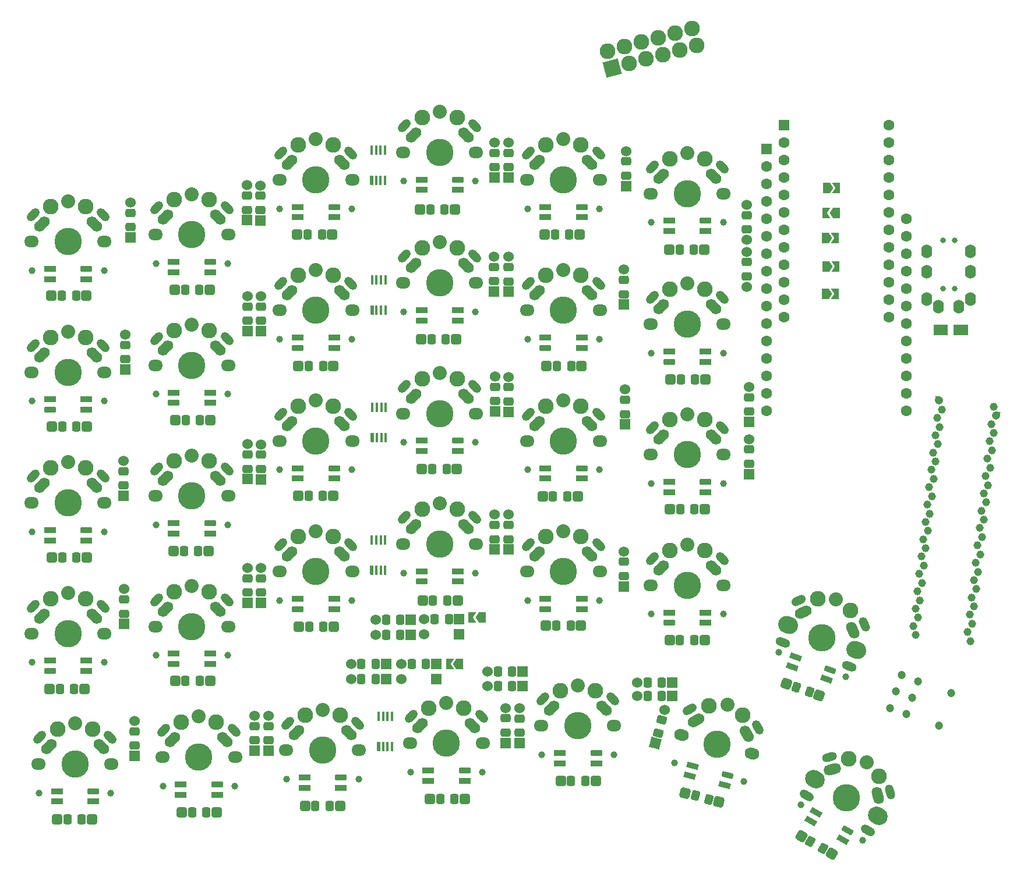
<source format=gbr>
%TF.GenerationSoftware,KiCad,Pcbnew,(6.0.0)*%
%TF.CreationDate,2022-02-08T17:16:42+09:00*%
%TF.ProjectId,brimstone2,6272696d-7374-46f6-9e65-322e6b696361,rev?*%
%TF.SameCoordinates,Original*%
%TF.FileFunction,Soldermask,Top*%
%TF.FilePolarity,Negative*%
%FSLAX46Y46*%
G04 Gerber Fmt 4.6, Leading zero omitted, Abs format (unit mm)*
G04 Created by KiCad (PCBNEW (6.0.0)) date 2022-02-08 17:16:42*
%MOMM*%
%LPD*%
G01*
G04 APERTURE LIST*
G04 Aperture macros list*
%AMRoundRect*
0 Rectangle with rounded corners*
0 $1 Rounding radius*
0 $2 $3 $4 $5 $6 $7 $8 $9 X,Y pos of 4 corners*
0 Add a 4 corners polygon primitive as box body*
4,1,4,$2,$3,$4,$5,$6,$7,$8,$9,$2,$3,0*
0 Add four circle primitives for the rounded corners*
1,1,$1+$1,$2,$3*
1,1,$1+$1,$4,$5*
1,1,$1+$1,$6,$7*
1,1,$1+$1,$8,$9*
0 Add four rect primitives between the rounded corners*
20,1,$1+$1,$2,$3,$4,$5,0*
20,1,$1+$1,$4,$5,$6,$7,0*
20,1,$1+$1,$6,$7,$8,$9,0*
20,1,$1+$1,$8,$9,$2,$3,0*%
%AMHorizOval*
0 Thick line with rounded ends*
0 $1 width*
0 $2 $3 position (X,Y) of the first rounded end (center of the circle)*
0 $4 $5 position (X,Y) of the second rounded end (center of the circle)*
0 Add line between two ends*
20,1,$1,$2,$3,$4,$5,0*
0 Add two circle primitives to create the rounded ends*
1,1,$1,$2,$3*
1,1,$1,$4,$5*%
%AMRotRect*
0 Rectangle, with rotation*
0 The origin of the aperture is its center*
0 $1 length*
0 $2 width*
0 $3 Rotation angle, in degrees counterclockwise*
0 Add horizontal line*
21,1,$1,$2,0,0,$3*%
%AMOutline5P*
0 Free polygon, 5 corners , with rotation*
0 The origin of the aperture is its center*
0 number of corners: always 5*
0 $1 to $10 corner X, Y*
0 $11 Rotation angle, in degrees counterclockwise*
0 create outline with 5 corners*
4,1,5,$1,$2,$3,$4,$5,$6,$7,$8,$9,$10,$1,$2,$11*%
%AMOutline6P*
0 Free polygon, 6 corners , with rotation*
0 The origin of the aperture is its center*
0 number of corners: always 6*
0 $1 to $12 corner X, Y*
0 $13 Rotation angle, in degrees counterclockwise*
0 create outline with 6 corners*
4,1,6,$1,$2,$3,$4,$5,$6,$7,$8,$9,$10,$11,$12,$1,$2,$13*%
%AMOutline7P*
0 Free polygon, 7 corners , with rotation*
0 The origin of the aperture is its center*
0 number of corners: always 7*
0 $1 to $14 corner X, Y*
0 $15 Rotation angle, in degrees counterclockwise*
0 create outline with 7 corners*
4,1,7,$1,$2,$3,$4,$5,$6,$7,$8,$9,$10,$11,$12,$13,$14,$1,$2,$15*%
%AMOutline8P*
0 Free polygon, 8 corners , with rotation*
0 The origin of the aperture is its center*
0 number of corners: always 8*
0 $1 to $16 corner X, Y*
0 $17 Rotation angle, in degrees counterclockwise*
0 create outline with 8 corners*
4,1,8,$1,$2,$3,$4,$5,$6,$7,$8,$9,$10,$11,$12,$13,$14,$15,$16,$1,$2,$17*%
%AMFreePoly0*
4,1,6,1.000000,0.000000,0.500000,-0.750000,-0.500000,-0.750000,-0.500000,0.750000,0.500000,0.750000,1.000000,0.000000,1.000000,0.000000,$1*%
%AMFreePoly1*
4,1,6,0.500000,-0.750000,-0.650000,-0.750000,-0.150000,0.000000,-0.650000,0.750000,0.500000,0.750000,0.500000,-0.750000,0.500000,-0.750000,$1*%
%AMFreePoly2*
4,1,21,-0.579500,0.579500,0.000000,0.579500,0.149986,0.559754,0.289750,0.501862,0.409768,0.409768,0.501862,0.289750,0.559754,0.149986,0.579500,0.000000,0.559754,-0.149986,0.501862,-0.289750,0.409768,-0.409768,0.289750,-0.501862,0.149986,-0.559754,0.000000,-0.579500,-0.149986,-0.559754,-0.289750,-0.501862,-0.409768,-0.409768,-0.501862,-0.289750,-0.559754,-0.149986,-0.579500,0.000000,
-0.579500,0.579500,-0.579500,0.579500,$1*%
%AMFreePoly3*
4,1,21,-0.579500,0.000000,-0.559754,0.149986,-0.501862,0.289750,-0.409768,0.409768,-0.289750,0.501862,-0.149986,0.559754,0.000000,0.579500,0.149986,0.559754,0.289750,0.501862,0.409768,0.409768,0.501862,0.289750,0.559754,0.149986,0.579500,0.000000,0.559754,-0.149986,0.501862,-0.289750,0.409768,-0.409768,0.289750,-0.501862,0.149986,-0.559754,0.000000,-0.579500,-0.579500,-0.579500,
-0.579500,0.000000,-0.579500,0.000000,$1*%
G04 Aperture macros list end*
%ADD10RoundRect,0.250000X0.475000X-0.337500X0.475000X0.337500X-0.475000X0.337500X-0.475000X-0.337500X0*%
%ADD11R,1.524000X1.524000*%
%ADD12C,1.524000*%
%ADD13C,3.987800*%
%ADD14O,2.121800X1.701800*%
%ADD15C,0.990600*%
%ADD16C,2.032000*%
%ADD17C,2.286000*%
%ADD18HorizOval,1.550000X0.350018X0.350018X-0.350018X-0.350018X0*%
%ADD19HorizOval,1.250000X0.335876X0.335876X-0.335876X-0.335876X0*%
%ADD20HorizOval,1.550000X-0.350018X0.350018X0.350018X-0.350018X0*%
%ADD21HorizOval,1.250000X-0.335876X0.335876X0.335876X-0.335876X0*%
%ADD22RoundRect,0.381000X0.381000X0.381000X-0.381000X0.381000X-0.381000X-0.381000X0.381000X-0.381000X0*%
%ADD23RoundRect,0.250000X0.337500X0.475000X-0.337500X0.475000X-0.337500X-0.475000X0.337500X-0.475000X0*%
%ADD24RoundRect,0.250000X-0.479606X-0.330922X0.154687X-0.561786X0.479606X0.330922X-0.154687X0.561786X0*%
%ADD25RoundRect,0.381000X-0.488333X-0.227713X0.227713X-0.488333X0.488333X0.227713X-0.227713X0.488333X0*%
%ADD26R,1.700000X0.820000*%
%ADD27RoundRect,0.205000X-0.645000X-0.205000X0.645000X-0.205000X0.645000X0.205000X-0.645000X0.205000X0*%
%ADD28FreePoly0,0.000000*%
%ADD29FreePoly1,0.000000*%
%ADD30HorizOval,1.701800X0.202844X-0.054352X-0.202844X0.054352X0*%
%ADD31HorizOval,1.701800X-0.202844X0.054352X0.202844X-0.054352X0*%
%ADD32HorizOval,1.550000X0.428683X0.247500X-0.428683X-0.247500X0*%
%ADD33HorizOval,1.550000X-0.247500X0.428683X0.247500X-0.428683X0*%
%ADD34HorizOval,1.250000X-0.237500X0.411362X0.237500X-0.411362X0*%
%ADD35HorizOval,1.250000X0.411362X0.237500X-0.411362X-0.237500X0*%
%ADD36RoundRect,0.250000X-0.337500X-0.475000X0.337500X-0.475000X0.337500X0.475000X-0.337500X0.475000X0*%
%ADD37RoundRect,0.381000X-0.381000X-0.381000X0.381000X-0.381000X0.381000X0.381000X-0.381000X0.381000X0*%
%ADD38RoundRect,0.205000X0.645000X0.205000X-0.645000X0.205000X-0.645000X-0.205000X0.645000X-0.205000X0*%
%ADD39RotRect,1.700000X0.820000X340.000000*%
%ADD40RoundRect,0.205000X-0.676216X0.027966X0.535988X-0.413240X0.676216X-0.027966X-0.535988X0.413240X0*%
%ADD41Outline5P,-0.225000X0.700000X0.135000X0.700000X0.225000X0.610000X0.225000X-0.700000X-0.225000X-0.700000X180.000000*%
%ADD42R,0.450000X1.400000*%
%ADD43HorizOval,1.550000X-0.209196X0.448622X0.209196X-0.448622X0*%
%ADD44HorizOval,1.250000X0.430496X0.200744X-0.430496X-0.200744X0*%
%ADD45HorizOval,2.489200X0.197335X-0.071824X-0.197335X0.071824X0*%
%ADD46HorizOval,1.250000X0.446354X-0.162460X-0.446354X0.162460X0*%
%ADD47HorizOval,1.550000X0.448622X0.209196X-0.448622X-0.209196X0*%
%ADD48HorizOval,1.250000X-0.200744X0.430496X0.200744X-0.430496X0*%
%ADD49FreePoly0,180.000000*%
%ADD50FreePoly1,180.000000*%
%ADD51FreePoly2,353.500000*%
%ADD52C,1.159000*%
%ADD53C,1.200000*%
%ADD54RoundRect,0.250000X0.371463X-0.448939X0.546166X0.203061X-0.371463X0.448939X-0.546166X-0.203061X0*%
%ADD55RotRect,1.524000X1.524000X75.000000*%
%ADD56RoundRect,0.250000X-0.448939X-0.371463X0.203061X-0.546166X0.448939X0.371463X-0.203061X0.546166X0*%
%ADD57RoundRect,0.381000X-0.466628X-0.269408X0.269408X-0.466628X0.466628X0.269408X-0.269408X0.466628X0*%
%ADD58R,1.600000X1.600000*%
%ADD59C,1.600000*%
%ADD60RoundRect,0.250000X-0.529784X-0.242612X0.054784X-0.580112X0.529784X0.242612X-0.054784X0.580112X0*%
%ADD61RoundRect,0.381000X-0.520456X-0.139456X0.139456X-0.520456X0.520456X0.139456X-0.139456X0.520456X0*%
%ADD62C,0.800000*%
%ADD63O,1.600000X2.000000*%
%ADD64HorizOval,1.250000X0.458815X0.122939X-0.458815X-0.122939X0*%
%ADD65HorizOval,1.550000X-0.128115X0.478133X0.128115X-0.478133X0*%
%ADD66HorizOval,2.489200X0.181865X-0.105000X-0.181865X0.105000X0*%
%ADD67HorizOval,1.250000X0.411362X-0.237500X-0.411362X0.237500X0*%
%ADD68HorizOval,1.550000X0.478133X0.128115X-0.478133X-0.128115X0*%
%ADD69HorizOval,1.250000X-0.122939X0.458815X0.122939X-0.458815X0*%
%ADD70RotRect,1.700000X0.820000X345.000000*%
%ADD71RoundRect,0.205000X-0.676080X-0.031077X0.569964X-0.364953X0.676080X0.031077X-0.569964X0.364953X0*%
%ADD72RoundRect,0.250000X-0.475000X0.337500X-0.475000X-0.337500X0.475000X-0.337500X0.475000X0.337500X0*%
%ADD73R,1.500000X1.500000*%
%ADD74RotRect,2.286000X2.286000X15.000000*%
%ADD75RotRect,1.700000X0.820000X330.000000*%
%ADD76RoundRect,0.205000X-0.661086X0.144965X0.456086X-0.500035X0.661086X-0.144965X-0.456086X0.500035X0*%
%ADD77FreePoly3,173.500000*%
G04 APERTURE END LIST*
D10*
%TO.C,D12*%
X72600000Y-79982500D03*
D11*
X72600000Y-81485000D03*
D10*
X72600000Y-77907500D03*
D12*
X72600000Y-76405000D03*
%TD*%
D13*
%TO.C,SW7*%
X62530000Y-86475000D03*
D14*
X67820000Y-86475000D03*
X57240000Y-86475000D03*
D15*
X67750000Y-90675000D03*
X57310000Y-90675000D03*
D16*
X62530000Y-80575000D03*
D17*
X59990000Y-81395000D03*
D18*
X58720000Y-83935000D03*
D17*
X65070000Y-81395000D03*
D19*
X57430000Y-82575000D03*
D20*
X66340000Y-83935000D03*
D21*
X67630000Y-82575000D03*
%TD*%
D22*
%TO.C,C114*%
X83150000Y-124535000D03*
D23*
X81647500Y-124535000D03*
X79572500Y-124535000D03*
D22*
X78070000Y-124535000D03*
%TD*%
D23*
%TO.C,C127*%
X135647500Y-88485000D03*
D22*
X137150000Y-88485000D03*
X132070000Y-88485000D03*
D23*
X133572500Y-88485000D03*
%TD*%
D24*
%TO.C,C132*%
X150355069Y-133270154D03*
D25*
X148943181Y-132756269D03*
D24*
X152304931Y-133979846D03*
D25*
X153716819Y-134493731D03*
%TD*%
D15*
%TO.C,SW8*%
X67750000Y-109675000D03*
D14*
X67820000Y-105475000D03*
X57240000Y-105475000D03*
D13*
X62530000Y-105475000D03*
D15*
X57310000Y-109675000D03*
D17*
X59990000Y-100395000D03*
D18*
X58720000Y-102935000D03*
D16*
X62530000Y-99575000D03*
D21*
X67630000Y-101575000D03*
D17*
X65070000Y-100395000D03*
D19*
X57430000Y-101575000D03*
D20*
X66340000Y-102935000D03*
%TD*%
D14*
%TO.C,SW14*%
X75240000Y-116475000D03*
D15*
X75310000Y-120675000D03*
X85750000Y-120675000D03*
D14*
X85820000Y-116475000D03*
D13*
X80530000Y-116475000D03*
D17*
X77990000Y-111395000D03*
D16*
X80530000Y-110575000D03*
D18*
X76720000Y-113935000D03*
D21*
X85630000Y-112575000D03*
D20*
X84340000Y-113935000D03*
D19*
X75430000Y-112575000D03*
D17*
X83070000Y-111395000D03*
%TD*%
D11*
%TO.C,D23*%
X108540000Y-93235000D03*
D10*
X108540000Y-91732500D03*
D12*
X108540000Y-88155000D03*
D10*
X108540000Y-89657500D03*
%TD*%
D23*
%TO.C,D36*%
X96557500Y-129915000D03*
D11*
X98060000Y-129915000D03*
D23*
X94482500Y-129915000D03*
D12*
X92980000Y-129915000D03*
%TD*%
D14*
%TO.C,SW5*%
X50820000Y-144475000D03*
D15*
X40310000Y-148675000D03*
X50750000Y-148675000D03*
D14*
X40240000Y-144475000D03*
D13*
X45530000Y-144475000D03*
D18*
X41720000Y-141935000D03*
D16*
X45530000Y-138575000D03*
D17*
X42990000Y-139395000D03*
D20*
X49340000Y-141935000D03*
D17*
X48070000Y-139395000D03*
D21*
X50630000Y-140575000D03*
D19*
X40430000Y-140575000D03*
%TD*%
D26*
%TO.C,D123*%
X113905600Y-102935600D03*
X113905600Y-101435600D03*
D27*
X119205600Y-101435600D03*
D26*
X119205600Y-102935600D03*
%TD*%
D28*
%TO.C,JP9*%
X154615000Y-76030000D03*
D29*
X156065000Y-76030000D03*
%TD*%
D13*
%TO.C,SW30*%
X138830000Y-141585000D03*
D15*
X132700827Y-144290853D03*
D30*
X143939748Y-142954153D03*
D31*
X133720252Y-140215847D03*
D15*
X142785093Y-146992924D03*
D17*
X137691349Y-136020696D03*
D32*
X135807223Y-138145448D03*
D16*
X140357032Y-135886038D03*
D33*
X143167578Y-140117649D03*
D34*
X144765616Y-139137866D03*
D35*
X134913173Y-136497912D03*
D17*
X142598252Y-137335497D03*
%TD*%
D36*
%TO.C,C121*%
X115302500Y-67455000D03*
D37*
X113800000Y-67455000D03*
D36*
X117377500Y-67455000D03*
D37*
X118880000Y-67455000D03*
%TD*%
D22*
%TO.C,C107*%
X65180000Y-94465000D03*
D23*
X63677500Y-94465000D03*
X61602500Y-94465000D03*
D22*
X60100000Y-94465000D03*
%TD*%
D26*
%TO.C,D109*%
X65205600Y-128435600D03*
X65205600Y-129935600D03*
D38*
X59905600Y-129935600D03*
D26*
X59905600Y-128435600D03*
%TD*%
%TO.C,D108*%
X59905600Y-110935600D03*
X59905600Y-109435600D03*
D27*
X65205600Y-109435600D03*
D26*
X65205600Y-110935600D03*
%TD*%
D10*
%TO.C,D29*%
X125340000Y-117132500D03*
D11*
X125340000Y-118635000D03*
D12*
X125340000Y-113555000D03*
D10*
X125340000Y-115057500D03*
%TD*%
D23*
%TO.C,D33*%
X89227500Y-132115000D03*
D11*
X90730000Y-132115000D03*
D12*
X85650000Y-132115000D03*
D23*
X87152500Y-132115000D03*
%TD*%
D39*
%TO.C,D44*%
X149761017Y-130328837D03*
X150274048Y-128919298D03*
D40*
X155254419Y-130732005D03*
D39*
X154741388Y-132141544D03*
%TD*%
D10*
%TO.C,D10*%
X71650000Y-141052500D03*
D11*
X71650000Y-142555000D03*
D12*
X71650000Y-137475000D03*
D10*
X71650000Y-138977500D03*
%TD*%
D11*
%TO.C,D1*%
X53580000Y-67855000D03*
D10*
X53580000Y-66352500D03*
D12*
X53580000Y-62775000D03*
D10*
X53580000Y-64277500D03*
%TD*%
D41*
%TO.C,IC2*%
X88715000Y-78415000D03*
D42*
X89365000Y-78415000D03*
X90015000Y-78415000D03*
X90665000Y-78415000D03*
X90665000Y-74015000D03*
X90015000Y-74015000D03*
X89365000Y-74015000D03*
X88710000Y-74015000D03*
%TD*%
D26*
%TO.C,D112*%
X83205600Y-82435600D03*
X83205600Y-83935600D03*
D38*
X77905600Y-83935600D03*
D26*
X77905600Y-82435600D03*
%TD*%
D15*
%TO.C,SW20*%
X94310000Y-145675000D03*
D13*
X99530000Y-141475000D03*
D15*
X104750000Y-145675000D03*
D14*
X104820000Y-141475000D03*
X94240000Y-141475000D03*
D17*
X96990000Y-136395000D03*
D18*
X95720000Y-138935000D03*
D16*
X99530000Y-135575000D03*
D21*
X104630000Y-137575000D03*
D19*
X94430000Y-137575000D03*
D17*
X102070000Y-136395000D03*
D20*
X103340000Y-138935000D03*
%TD*%
D26*
%TO.C,D117*%
X101205600Y-78435600D03*
X101205600Y-79935600D03*
D38*
X95905600Y-79935600D03*
D26*
X95905600Y-78435600D03*
%TD*%
D14*
%TO.C,SW21*%
X121820000Y-59475000D03*
D15*
X111310000Y-63675000D03*
X121750000Y-63675000D03*
D14*
X111240000Y-59475000D03*
D13*
X116530000Y-59475000D03*
D16*
X116530000Y-53575000D03*
D18*
X112720000Y-56935000D03*
D17*
X113990000Y-54395000D03*
D20*
X120340000Y-56935000D03*
D19*
X111430000Y-55575000D03*
D21*
X121630000Y-55575000D03*
D17*
X119070000Y-54395000D03*
%TD*%
D26*
%TO.C,D116*%
X95905600Y-60935600D03*
X95905600Y-59435600D03*
D27*
X101205600Y-59435600D03*
D26*
X101205600Y-60935600D03*
%TD*%
%TO.C,D125*%
X115990684Y-144383625D03*
X115990684Y-142883625D03*
D27*
X121290684Y-142883625D03*
D26*
X121290684Y-144383625D03*
%TD*%
D13*
%TO.C,S2*%
X154140000Y-126075000D03*
D15*
X147798320Y-128236364D03*
X157608711Y-131807054D03*
D43*
X158588960Y-124991277D03*
D44*
X150681446Y-120665896D03*
D45*
X149169026Y-124265713D03*
D46*
X148458315Y-126773898D03*
X158043180Y-130262504D03*
D45*
X159110974Y-127884287D03*
D47*
X151428502Y-122385084D03*
D48*
X160266311Y-124154502D03*
D16*
X156157919Y-120530814D03*
D17*
X153490643Y-120432630D03*
X158264282Y-122170093D03*
%TD*%
D10*
%TO.C,D18*%
X106570000Y-91672500D03*
D11*
X106570000Y-93175000D03*
D12*
X106570000Y-88095000D03*
D10*
X106570000Y-89597500D03*
%TD*%
%TO.C,D11*%
X72510000Y-63862500D03*
D11*
X72510000Y-65365000D03*
D12*
X72510000Y-60285000D03*
D10*
X72510000Y-61787500D03*
%TD*%
D23*
%TO.C,D35*%
X89227500Y-129905000D03*
D11*
X90730000Y-129905000D03*
D12*
X85650000Y-129905000D03*
D23*
X87152500Y-129905000D03*
%TD*%
D37*
%TO.C,C113*%
X77992500Y-105445000D03*
D36*
X79495000Y-105445000D03*
X81570000Y-105445000D03*
D37*
X83072500Y-105445000D03*
%TD*%
%TO.C,C106*%
X60050000Y-75485000D03*
D36*
X61552500Y-75485000D03*
D37*
X65130000Y-75485000D03*
D36*
X63627500Y-75485000D03*
%TD*%
D11*
%TO.C,D16*%
X106540000Y-59145000D03*
D10*
X106540000Y-57642500D03*
D12*
X106540000Y-54065000D03*
D10*
X106540000Y-55567500D03*
%TD*%
D36*
%TO.C,C123*%
X115005000Y-105545000D03*
D37*
X113502500Y-105545000D03*
D36*
X117080000Y-105545000D03*
D37*
X118582500Y-105545000D03*
%TD*%
D10*
%TO.C,D14*%
X72560000Y-119522500D03*
D11*
X72560000Y-121025000D03*
D10*
X72560000Y-117447500D03*
D12*
X72560000Y-115945000D03*
%TD*%
D15*
%TO.C,SW10*%
X68750000Y-147675000D03*
D14*
X68820000Y-143475000D03*
D13*
X63530000Y-143475000D03*
D14*
X58240000Y-143475000D03*
D15*
X58310000Y-147675000D03*
D17*
X60990000Y-138395000D03*
D16*
X63530000Y-137575000D03*
D18*
X59720000Y-140935000D03*
D19*
X58430000Y-139575000D03*
D20*
X67340000Y-140935000D03*
D21*
X68630000Y-139575000D03*
D17*
X66070000Y-138395000D03*
%TD*%
D26*
%TO.C,D102*%
X47205600Y-91435600D03*
X47205600Y-92935600D03*
D38*
X41905600Y-92935600D03*
D26*
X41905600Y-91435600D03*
%TD*%
D15*
%TO.C,SW24*%
X121750000Y-120675000D03*
D14*
X111240000Y-116475000D03*
D13*
X116530000Y-116475000D03*
D14*
X121820000Y-116475000D03*
D15*
X111310000Y-120675000D03*
D16*
X116530000Y-110575000D03*
D18*
X112720000Y-113935000D03*
D17*
X113990000Y-111395000D03*
D19*
X111430000Y-112575000D03*
D20*
X120340000Y-113935000D03*
D17*
X119070000Y-111395000D03*
D21*
X121630000Y-112575000D03*
%TD*%
D49*
%TO.C,JP1*%
X156175000Y-64300000D03*
D50*
X154725000Y-64300000D03*
%TD*%
D15*
%TO.C,SW3*%
X39310000Y-110675000D03*
D14*
X39240000Y-106475000D03*
X49820000Y-106475000D03*
D15*
X49750000Y-110675000D03*
D13*
X44530000Y-106475000D03*
D17*
X41990000Y-101395000D03*
D18*
X40720000Y-103935000D03*
D16*
X44530000Y-100575000D03*
D20*
X48340000Y-103935000D03*
D21*
X49630000Y-102575000D03*
D19*
X39430000Y-102575000D03*
D17*
X47070000Y-101395000D03*
%TD*%
D15*
%TO.C,SW16*%
X103750000Y-59675000D03*
D14*
X93240000Y-55475000D03*
D15*
X93310000Y-59675000D03*
D13*
X98530000Y-55475000D03*
D14*
X103820000Y-55475000D03*
D17*
X95990000Y-50395000D03*
D18*
X94720000Y-52935000D03*
D16*
X98530000Y-49575000D03*
D17*
X101070000Y-50395000D03*
D21*
X103630000Y-51575000D03*
D19*
X93430000Y-51575000D03*
D20*
X102340000Y-52935000D03*
%TD*%
D10*
%TO.C,D3*%
X52610000Y-103952500D03*
D11*
X52610000Y-105455000D03*
D10*
X52610000Y-101877500D03*
D12*
X52610000Y-100375000D03*
%TD*%
D26*
%TO.C,D126*%
X131905600Y-66935600D03*
X131905600Y-65435600D03*
D27*
X137205600Y-65435600D03*
D26*
X137205600Y-66935600D03*
%TD*%
D15*
%TO.C,SW11*%
X85750000Y-63675000D03*
D14*
X85820000Y-59475000D03*
D13*
X80530000Y-59475000D03*
D14*
X75240000Y-59475000D03*
D15*
X75310000Y-63675000D03*
D16*
X80530000Y-53575000D03*
D17*
X77990000Y-54395000D03*
D18*
X76720000Y-56935000D03*
D21*
X85630000Y-55575000D03*
D19*
X75430000Y-55575000D03*
D20*
X84340000Y-56935000D03*
D17*
X83070000Y-54395000D03*
%TD*%
D23*
%TO.C,D40*%
X130827500Y-132595000D03*
D11*
X132330000Y-132595000D03*
D12*
X127250000Y-132595000D03*
D23*
X128752500Y-132595000D03*
%TD*%
D11*
%TO.C,D24*%
X108550000Y-113265000D03*
D10*
X108550000Y-111762500D03*
D12*
X108550000Y-108185000D03*
D10*
X108550000Y-109687500D03*
%TD*%
D26*
%TO.C,D118*%
X95905600Y-98935600D03*
X95905600Y-97435600D03*
D27*
X101205600Y-97435600D03*
D26*
X101205600Y-98935600D03*
%TD*%
D51*
%TO.C,IC6*%
X171152480Y-91578385D03*
D52*
X170864944Y-94102058D03*
X170577408Y-96625730D03*
X170289872Y-99149403D03*
X170002336Y-101673075D03*
X169714800Y-104196748D03*
X169427263Y-106720420D03*
X169139727Y-109244093D03*
X168852191Y-111767765D03*
X168564655Y-114291438D03*
X168277119Y-116815110D03*
X167989583Y-119338783D03*
X167702046Y-121862455D03*
X167414510Y-124386128D03*
X175301484Y-125284735D03*
X175589020Y-122761062D03*
X175876556Y-120237390D03*
X176164092Y-117713717D03*
X176451628Y-115190045D03*
X176739164Y-112666372D03*
X177026701Y-110142700D03*
X177314237Y-107619027D03*
X177601773Y-105095355D03*
X177889309Y-102571682D03*
X178176845Y-100048010D03*
X178464381Y-97524337D03*
X178751918Y-95000665D03*
X179039454Y-92476992D03*
%TD*%
D12*
%TO.C,R1*%
X143140000Y-68197500D03*
D10*
X143140000Y-66695000D03*
X143140000Y-64620000D03*
D12*
X143140000Y-63117500D03*
%TD*%
D36*
%TO.C,C108*%
X61365000Y-113485000D03*
D37*
X59862500Y-113485000D03*
D36*
X63440000Y-113485000D03*
D37*
X64942500Y-113485000D03*
%TD*%
D53*
%TO.C,SW31*%
X168094511Y-132418961D03*
X167225780Y-134805780D03*
X166357049Y-137192600D03*
X165707692Y-131550230D03*
X164838961Y-133937049D03*
X163970229Y-136323868D03*
X172868150Y-134156423D03*
X171130687Y-138930062D03*
%TD*%
D54*
%TO.C,D30*%
X130300000Y-140025000D03*
D55*
X129911125Y-141476304D03*
D12*
X131225925Y-136569400D03*
D54*
X130837050Y-138020704D03*
%TD*%
D26*
%TO.C,D129*%
X137205600Y-122435600D03*
X137205600Y-123935600D03*
D38*
X131905600Y-123935600D03*
D26*
X131905600Y-122435600D03*
%TD*%
D14*
%TO.C,SW1*%
X39240000Y-68475000D03*
X49820000Y-68475000D03*
D13*
X44530000Y-68475000D03*
D15*
X49750000Y-72675000D03*
X39310000Y-72675000D03*
D18*
X40720000Y-65935000D03*
D17*
X41990000Y-63395000D03*
D16*
X44530000Y-62575000D03*
D21*
X49630000Y-64575000D03*
D19*
X39430000Y-64575000D03*
D20*
X48340000Y-65935000D03*
D17*
X47070000Y-63395000D03*
%TD*%
D11*
%TO.C,D2*%
X52860000Y-87085000D03*
D10*
X52860000Y-85582500D03*
X52860000Y-83507500D03*
D12*
X52860000Y-82005000D03*
%TD*%
D10*
%TO.C,D15*%
X73640000Y-141052500D03*
D11*
X73640000Y-142555000D03*
D12*
X73640000Y-137475000D03*
D10*
X73640000Y-138977500D03*
%TD*%
D13*
%TO.C,SW4*%
X44530000Y-125475000D03*
D14*
X39240000Y-125475000D03*
D15*
X39310000Y-129675000D03*
D14*
X49820000Y-125475000D03*
D15*
X49750000Y-129675000D03*
D17*
X41990000Y-120395000D03*
D16*
X44530000Y-119575000D03*
D18*
X40720000Y-122935000D03*
D17*
X47070000Y-120395000D03*
D21*
X49630000Y-121575000D03*
D20*
X48340000Y-122935000D03*
D19*
X39430000Y-121575000D03*
%TD*%
D11*
%TO.C,D17*%
X106460000Y-75715000D03*
D10*
X106460000Y-74212500D03*
X106460000Y-72137500D03*
D12*
X106460000Y-70635000D03*
%TD*%
D23*
%TO.C,C119*%
X99657500Y-120655000D03*
D22*
X101160000Y-120655000D03*
X96080000Y-120655000D03*
D23*
X97582500Y-120655000D03*
%TD*%
D10*
%TO.C,D7*%
X70630000Y-79992500D03*
D11*
X70630000Y-81495000D03*
D12*
X70630000Y-76415000D03*
D10*
X70630000Y-77917500D03*
%TD*%
D23*
%TO.C,C104*%
X45407500Y-133555000D03*
D22*
X46910000Y-133555000D03*
X41830000Y-133555000D03*
D23*
X43332500Y-133555000D03*
%TD*%
D15*
%TO.C,SW13*%
X85750000Y-101675000D03*
X75310000Y-101675000D03*
D14*
X85820000Y-97475000D03*
D13*
X80530000Y-97475000D03*
D14*
X75240000Y-97475000D03*
D17*
X77990000Y-92395000D03*
D16*
X80530000Y-91575000D03*
D18*
X76720000Y-94935000D03*
D20*
X84340000Y-94935000D03*
D19*
X75430000Y-93575000D03*
D17*
X83070000Y-92395000D03*
D21*
X85630000Y-93575000D03*
%TD*%
D23*
%TO.C,D32*%
X109067500Y-133105000D03*
D11*
X110570000Y-133105000D03*
D12*
X105490000Y-133105000D03*
D23*
X106992500Y-133105000D03*
%TD*%
D26*
%TO.C,D110*%
X60905600Y-148935600D03*
X60905600Y-147435600D03*
D27*
X66205600Y-147435600D03*
D26*
X66205600Y-148935600D03*
%TD*%
D10*
%TO.C,D13*%
X72540000Y-101552500D03*
D11*
X72540000Y-103055000D03*
D10*
X72540000Y-99477500D03*
D12*
X72540000Y-97975000D03*
%TD*%
D14*
%TO.C,SW15*%
X86820000Y-142475000D03*
D15*
X76310000Y-146675000D03*
X86750000Y-146675000D03*
D13*
X81530000Y-142475000D03*
D14*
X76240000Y-142475000D03*
D17*
X78990000Y-137395000D03*
D16*
X81530000Y-136575000D03*
D18*
X77720000Y-139935000D03*
D17*
X84070000Y-137395000D03*
D20*
X85340000Y-139935000D03*
D21*
X86630000Y-138575000D03*
D19*
X76430000Y-138575000D03*
%TD*%
D26*
%TO.C,D114*%
X83205600Y-120435600D03*
X83205600Y-121935600D03*
D38*
X77905600Y-121935600D03*
D26*
X77905600Y-120435600D03*
%TD*%
D36*
%TO.C,C125*%
X117632500Y-146965000D03*
D37*
X116130000Y-146965000D03*
X121210000Y-146965000D03*
D36*
X119707500Y-146965000D03*
%TD*%
D26*
%TO.C,D113*%
X77905600Y-102935600D03*
X77905600Y-101435600D03*
D27*
X83205600Y-101435600D03*
D26*
X83205600Y-102935600D03*
%TD*%
%TO.C,D119*%
X101205600Y-116435600D03*
X101205600Y-117935600D03*
D38*
X95905600Y-117935600D03*
D26*
X95905600Y-116435600D03*
%TD*%
D15*
%TO.C,SW18*%
X103750000Y-97675000D03*
X93310000Y-97675000D03*
D13*
X98530000Y-93475000D03*
D14*
X93240000Y-93475000D03*
X103820000Y-93475000D03*
D16*
X98530000Y-87575000D03*
D17*
X95990000Y-88395000D03*
D18*
X94720000Y-90935000D03*
D20*
X102340000Y-90935000D03*
D19*
X93430000Y-89575000D03*
D21*
X103630000Y-89575000D03*
D17*
X101070000Y-88395000D03*
%TD*%
D26*
%TO.C,D128*%
X131905600Y-104935600D03*
X131905600Y-103435600D03*
D27*
X137205600Y-103435600D03*
D26*
X137205600Y-104935600D03*
%TD*%
D56*
%TO.C,C130*%
X135687852Y-149096475D03*
D57*
X134236548Y-148707600D03*
X139143452Y-150022400D03*
D56*
X137692148Y-149633525D03*
%TD*%
D28*
%TO.C,JP7*%
X154654998Y-72090002D03*
D29*
X156104998Y-72090002D03*
%TD*%
D26*
%TO.C,D115*%
X78905600Y-147935600D03*
X78905600Y-146435600D03*
D27*
X84205600Y-146435600D03*
D26*
X84205600Y-147935600D03*
%TD*%
D58*
%TO.C,U1*%
X146040998Y-55012002D03*
D59*
X146040998Y-57552002D03*
X146040998Y-60092002D03*
X146040998Y-62632002D03*
X146040998Y-65172002D03*
X146040998Y-67712002D03*
X146040998Y-70252002D03*
X146040998Y-72792002D03*
X146040998Y-75332002D03*
X146040998Y-77872002D03*
X146040998Y-80412002D03*
X146040998Y-82952002D03*
X146040998Y-85492002D03*
X146040998Y-88032002D03*
X146040998Y-90572002D03*
X146040998Y-93112002D03*
X166360998Y-93112002D03*
X166360998Y-90572002D03*
X166360998Y-88032002D03*
X166360998Y-85492002D03*
X166360998Y-82952002D03*
X166360998Y-80412002D03*
X166360998Y-77872002D03*
X166360998Y-75332002D03*
X166360998Y-72792002D03*
X166360998Y-70252002D03*
X166360998Y-67712002D03*
X166360998Y-65172002D03*
%TD*%
D36*
%TO.C,C120*%
X98622500Y-149575000D03*
D37*
X97120000Y-149575000D03*
X102200000Y-149575000D03*
D36*
X100697500Y-149575000D03*
%TD*%
D11*
%TO.C,D6*%
X70540000Y-65355000D03*
D10*
X70540000Y-63852500D03*
D12*
X70540000Y-60275000D03*
D10*
X70540000Y-61777500D03*
%TD*%
D14*
%TO.C,SW22*%
X111240000Y-78475000D03*
D13*
X116530000Y-78475000D03*
D15*
X121750000Y-82675000D03*
X111310000Y-82675000D03*
D14*
X121820000Y-78475000D03*
D18*
X112720000Y-75935000D03*
D17*
X113990000Y-73395000D03*
D16*
X116530000Y-72575000D03*
D20*
X120340000Y-75935000D03*
D19*
X111430000Y-74575000D03*
D21*
X121630000Y-74575000D03*
D17*
X119070000Y-73395000D03*
%TD*%
D26*
%TO.C,D104*%
X47205600Y-129435600D03*
X47205600Y-130935600D03*
D38*
X41905600Y-130935600D03*
D26*
X41905600Y-129435600D03*
%TD*%
D41*
%TO.C,IC5*%
X89657391Y-141953820D03*
D42*
X90307391Y-141953820D03*
X90957391Y-141953820D03*
X91607391Y-141953820D03*
X91607391Y-137553820D03*
X90957391Y-137553820D03*
X90307391Y-137553820D03*
X89652391Y-137553820D03*
%TD*%
D37*
%TO.C,C111*%
X77840000Y-67445000D03*
D36*
X79342500Y-67445000D03*
X81417500Y-67445000D03*
D37*
X82920000Y-67445000D03*
%TD*%
D11*
%TO.C,D26*%
X125650000Y-60375000D03*
D10*
X125650000Y-58872500D03*
X125650000Y-56797500D03*
D12*
X125650000Y-55295000D03*
%TD*%
D14*
%TO.C,SW2*%
X49820000Y-87475000D03*
D15*
X39310000Y-91675000D03*
D14*
X39240000Y-87475000D03*
D15*
X49750000Y-91675000D03*
D13*
X44530000Y-87475000D03*
D17*
X41990000Y-82395000D03*
D16*
X44530000Y-81575000D03*
D18*
X40720000Y-84935000D03*
D17*
X47070000Y-82395000D03*
D19*
X39430000Y-83575000D03*
D20*
X48340000Y-84935000D03*
D21*
X49630000Y-83575000D03*
%TD*%
D14*
%TO.C,SW17*%
X93240000Y-74475000D03*
D15*
X103750000Y-78675000D03*
D13*
X98530000Y-74475000D03*
D14*
X103820000Y-74475000D03*
D15*
X93310000Y-78675000D03*
D18*
X94720000Y-71935000D03*
D17*
X95990000Y-69395000D03*
D16*
X98530000Y-68575000D03*
D20*
X102340000Y-71935000D03*
D17*
X101070000Y-69395000D03*
D21*
X103630000Y-70575000D03*
D19*
X93430000Y-70575000D03*
%TD*%
D26*
%TO.C,D120*%
X96905600Y-146935600D03*
X96905600Y-145435600D03*
D27*
X102205600Y-145435600D03*
D26*
X102205600Y-146935600D03*
%TD*%
D23*
%TO.C,C109*%
X63660000Y-132405000D03*
D22*
X65162500Y-132405000D03*
D23*
X61585000Y-132405000D03*
D22*
X60082500Y-132405000D03*
%TD*%
D15*
%TO.C,SW27*%
X129310000Y-84675000D03*
D14*
X139820000Y-80475000D03*
D15*
X139750000Y-84675000D03*
D13*
X134530000Y-80475000D03*
D14*
X129240000Y-80475000D03*
D16*
X134530000Y-74575000D03*
D18*
X130720000Y-77935000D03*
D17*
X131990000Y-75395000D03*
D20*
X138340000Y-77935000D03*
D17*
X137070000Y-75395000D03*
D21*
X139630000Y-76575000D03*
D19*
X129430000Y-76575000D03*
%TD*%
D23*
%TO.C,C122*%
X117657500Y-86595000D03*
D22*
X119160000Y-86595000D03*
D23*
X115582500Y-86595000D03*
D22*
X114080000Y-86595000D03*
%TD*%
D37*
%TO.C,C115*%
X78970000Y-150565000D03*
D36*
X80472500Y-150565000D03*
D37*
X84050000Y-150565000D03*
D36*
X82547500Y-150565000D03*
%TD*%
D15*
%TO.C,SW23*%
X111310000Y-101675000D03*
D14*
X121820000Y-97475000D03*
X111240000Y-97475000D03*
D15*
X121750000Y-101675000D03*
D13*
X116530000Y-97475000D03*
D16*
X116530000Y-91575000D03*
D18*
X112720000Y-94935000D03*
D17*
X113990000Y-92395000D03*
D21*
X121630000Y-93575000D03*
D19*
X111430000Y-93575000D03*
D17*
X119070000Y-92395000D03*
D20*
X120340000Y-94935000D03*
%TD*%
D11*
%TO.C,D38*%
X110570000Y-130995000D03*
D23*
X109067500Y-130995000D03*
X106992500Y-130995000D03*
D12*
X105490000Y-130995000D03*
%TD*%
D10*
%TO.C,D27*%
X125330000Y-76122500D03*
D11*
X125330000Y-77625000D03*
D10*
X125330000Y-74047500D03*
D12*
X125330000Y-72545000D03*
%TD*%
D23*
%TO.C,C129*%
X135537500Y-126445000D03*
D22*
X137040000Y-126445000D03*
X131960000Y-126445000D03*
D23*
X133462500Y-126445000D03*
%TD*%
D14*
%TO.C,SW25*%
X123905083Y-138923025D03*
X113325083Y-138923025D03*
D13*
X118615083Y-138923025D03*
D15*
X123835083Y-143123025D03*
X113395083Y-143123025D03*
D16*
X118615083Y-133023025D03*
D17*
X116075083Y-133843025D03*
D18*
X114805083Y-136383025D03*
D21*
X123715083Y-135023025D03*
D20*
X122425083Y-136383025D03*
D19*
X113515083Y-135023025D03*
D17*
X121155083Y-133843025D03*
%TD*%
D15*
%TO.C,SW26*%
X129310000Y-65675000D03*
D14*
X139820000Y-61475000D03*
D15*
X139750000Y-65675000D03*
D13*
X134530000Y-61475000D03*
D14*
X129240000Y-61475000D03*
D17*
X131990000Y-56395000D03*
D16*
X134530000Y-55575000D03*
D18*
X130720000Y-58935000D03*
D17*
X137070000Y-56395000D03*
D21*
X139630000Y-57575000D03*
D20*
X138340000Y-58935000D03*
D19*
X129430000Y-57575000D03*
%TD*%
D11*
%TO.C,D4*%
X52640000Y-124105000D03*
D10*
X52640000Y-122602500D03*
X52640000Y-120527500D03*
D12*
X52640000Y-119025000D03*
%TD*%
D60*
%TO.C,C131*%
X152431499Y-155756250D03*
D61*
X151130295Y-155005000D03*
X155529705Y-157545000D03*
D60*
X154228501Y-156793750D03*
%TD*%
D36*
%TO.C,C101*%
X43612500Y-76365000D03*
D37*
X42110000Y-76365000D03*
X47190000Y-76365000D03*
D36*
X45687500Y-76365000D03*
%TD*%
D62*
%TO.C,U4*%
X173370000Y-75267500D03*
X173370000Y-68267500D03*
D63*
X171070000Y-77967500D03*
X175670000Y-76867500D03*
X175670000Y-72867500D03*
X175670000Y-69867500D03*
%TD*%
D26*
%TO.C,D105*%
X42905600Y-149935600D03*
X42905600Y-148435600D03*
D27*
X48205600Y-148435600D03*
D26*
X48205600Y-149935600D03*
%TD*%
D10*
%TO.C,D5*%
X54170000Y-141792500D03*
D11*
X54170000Y-143295000D03*
D12*
X54170000Y-138215000D03*
D10*
X54170000Y-139717500D03*
%TD*%
D36*
%TO.C,C116*%
X97172500Y-63805000D03*
D37*
X95670000Y-63805000D03*
D36*
X99247500Y-63805000D03*
D37*
X100750000Y-63805000D03*
%TD*%
D26*
%TO.C,D121*%
X113905600Y-64935600D03*
X113905600Y-63435600D03*
D27*
X119205600Y-63435600D03*
D26*
X119205600Y-64935600D03*
%TD*%
D10*
%TO.C,D45*%
X143480000Y-93202500D03*
D11*
X143480000Y-94705000D03*
D10*
X143480000Y-91127500D03*
D12*
X143480000Y-89625000D03*
%TD*%
D11*
%TO.C,D22*%
X108560000Y-75765000D03*
D10*
X108560000Y-74262500D03*
D12*
X108560000Y-70685000D03*
D10*
X108560000Y-72187500D03*
%TD*%
D41*
%TO.C,IC3*%
X88775000Y-96945000D03*
D42*
X89425000Y-96945000D03*
X90075000Y-96945000D03*
X90725000Y-96945000D03*
X90725000Y-92545000D03*
X90075000Y-92545000D03*
X89425000Y-92545000D03*
X88770000Y-92545000D03*
%TD*%
D15*
%TO.C,S1*%
X151013837Y-150380789D03*
D13*
X157634490Y-149353482D03*
D15*
X160055143Y-155600789D03*
D64*
X155167760Y-143425983D03*
D65*
X162204047Y-149058777D03*
D66*
X153053216Y-146708482D03*
D67*
X151917760Y-149055148D03*
X160751220Y-154155148D03*
D66*
X162215764Y-151998482D03*
D68*
X155604933Y-145248777D03*
D69*
X164001220Y-148525983D03*
D17*
X162374195Y-146224073D03*
D16*
X160584490Y-144243932D03*
D17*
X157974785Y-143684073D03*
%TD*%
D23*
%TO.C,C112*%
X81587500Y-86555000D03*
D22*
X83090000Y-86555000D03*
X78010000Y-86555000D03*
D23*
X79512500Y-86555000D03*
%TD*%
D22*
%TO.C,C124*%
X119072500Y-124355000D03*
D23*
X117570000Y-124355000D03*
D22*
X113992500Y-124355000D03*
D23*
X115495000Y-124355000D03*
%TD*%
D70*
%TO.C,D130*%
X134881717Y-146180291D03*
X135269946Y-144731402D03*
D71*
X140389353Y-146103143D03*
D70*
X140001124Y-147552032D03*
%TD*%
D37*
%TO.C,C118*%
X95970000Y-101535000D03*
D36*
X97472500Y-101535000D03*
D37*
X101050000Y-101535000D03*
D36*
X99547500Y-101535000D03*
%TD*%
D26*
%TO.C,D124*%
X119205600Y-120435600D03*
X119205600Y-121935600D03*
D38*
X113905600Y-121935600D03*
D26*
X113905600Y-120435600D03*
%TD*%
D36*
%TO.C,C103*%
X43652500Y-114455000D03*
D37*
X42150000Y-114455000D03*
D36*
X45727500Y-114455000D03*
D37*
X47230000Y-114455000D03*
%TD*%
D15*
%TO.C,SW19*%
X103750000Y-116675000D03*
D13*
X98530000Y-112475000D03*
D14*
X93240000Y-112475000D03*
D15*
X93310000Y-116675000D03*
D14*
X103820000Y-112475000D03*
D17*
X95990000Y-107395000D03*
D16*
X98530000Y-106575000D03*
D18*
X94720000Y-109935000D03*
D21*
X103630000Y-108575000D03*
D17*
X101070000Y-107395000D03*
D19*
X93430000Y-108575000D03*
D20*
X102340000Y-109935000D03*
%TD*%
D10*
%TO.C,D9*%
X70600000Y-119522500D03*
D11*
X70600000Y-121025000D03*
D10*
X70600000Y-117447500D03*
D12*
X70600000Y-115945000D03*
%TD*%
D37*
%TO.C,C105*%
X42920000Y-152505000D03*
D36*
X44422500Y-152505000D03*
X46497500Y-152505000D03*
D37*
X48000000Y-152505000D03*
%TD*%
D13*
%TO.C,SW6*%
X62530000Y-67475000D03*
D15*
X67750000Y-71675000D03*
D14*
X67820000Y-67475000D03*
X57240000Y-67475000D03*
D15*
X57310000Y-71675000D03*
D16*
X62530000Y-61575000D03*
D18*
X58720000Y-64935000D03*
D17*
X59990000Y-62395000D03*
D21*
X67630000Y-63575000D03*
D19*
X57430000Y-63575000D03*
D20*
X66340000Y-64935000D03*
D17*
X65070000Y-62395000D03*
%TD*%
D72*
%TO.C,R2*%
X143140000Y-71437500D03*
D12*
X143140000Y-69935000D03*
X143140000Y-75015000D03*
D72*
X143140000Y-73512500D03*
%TD*%
D26*
%TO.C,D127*%
X137205600Y-84435600D03*
X137205600Y-85935600D03*
D38*
X131905600Y-85935600D03*
D26*
X131905600Y-84435600D03*
%TD*%
D10*
%TO.C,D21*%
X108580000Y-57642500D03*
D11*
X108580000Y-59145000D03*
D12*
X108580000Y-54065000D03*
D10*
X108580000Y-55567500D03*
%TD*%
D49*
%TO.C,JP11*%
X101418292Y-129881870D03*
D50*
X99968292Y-129881870D03*
%TD*%
D49*
%TO.C,JP13*%
X104700000Y-123185000D03*
D50*
X103250000Y-123185000D03*
%TD*%
D15*
%TO.C,SW29*%
X139750000Y-122675000D03*
D13*
X134530000Y-118475000D03*
D14*
X129240000Y-118475000D03*
X139820000Y-118475000D03*
D15*
X129310000Y-122675000D03*
D17*
X131990000Y-113395000D03*
D16*
X134530000Y-112575000D03*
D18*
X130720000Y-115935000D03*
D17*
X137070000Y-113395000D03*
D21*
X139630000Y-114575000D03*
D20*
X138340000Y-115935000D03*
D19*
X129430000Y-114575000D03*
%TD*%
D23*
%TO.C,D39*%
X92817500Y-123495000D03*
D11*
X94320000Y-123495000D03*
D12*
X89240000Y-123495000D03*
D23*
X90742500Y-123495000D03*
%TD*%
D28*
%TO.C,JP3*%
X154634998Y-67970002D03*
D29*
X156084998Y-67970002D03*
%TD*%
D37*
%TO.C,C110*%
X61040000Y-151485000D03*
D36*
X62542500Y-151485000D03*
D37*
X66120000Y-151485000D03*
D36*
X64617500Y-151485000D03*
%TD*%
D11*
%TO.C,D25*%
X110140000Y-141415000D03*
D10*
X110140000Y-139912500D03*
D12*
X110140000Y-136335000D03*
D10*
X110140000Y-137837500D03*
%TD*%
D26*
%TO.C,D122*%
X119205600Y-82435600D03*
X119205600Y-83935600D03*
D38*
X113905600Y-83935600D03*
D26*
X113905600Y-82435600D03*
%TD*%
D28*
%TO.C,JP5*%
X154759998Y-60630002D03*
D29*
X156209998Y-60630002D03*
%TD*%
D23*
%TO.C,D42*%
X99887500Y-123435000D03*
D11*
X101390000Y-123435000D03*
D23*
X97812500Y-123435000D03*
D12*
X96310000Y-123435000D03*
%TD*%
D14*
%TO.C,SW12*%
X85820000Y-78475000D03*
D15*
X85750000Y-82675000D03*
X75310000Y-82675000D03*
D13*
X80530000Y-78475000D03*
D14*
X75240000Y-78475000D03*
D18*
X76720000Y-75935000D03*
D17*
X77990000Y-73395000D03*
D16*
X80530000Y-72575000D03*
D20*
X84340000Y-75935000D03*
D17*
X83070000Y-73395000D03*
D19*
X75430000Y-74575000D03*
D21*
X85630000Y-74575000D03*
%TD*%
D10*
%TO.C,D20*%
X108090000Y-139900000D03*
D11*
X108090000Y-141402500D03*
D12*
X108090000Y-136322500D03*
D10*
X108090000Y-137825000D03*
%TD*%
D41*
%TO.C,IC1*%
X88640000Y-59519632D03*
D42*
X89290000Y-59519632D03*
X89940000Y-59519632D03*
X90590000Y-59519632D03*
X90590000Y-55119632D03*
X89940000Y-55119632D03*
X89290000Y-55119632D03*
X88635000Y-55119632D03*
%TD*%
D26*
%TO.C,D107*%
X65205600Y-90435600D03*
X65205600Y-91935600D03*
D38*
X59905600Y-91935600D03*
D26*
X59905600Y-90435600D03*
%TD*%
D13*
%TO.C,SW9*%
X62530000Y-124475000D03*
D14*
X67820000Y-124475000D03*
D15*
X57310000Y-128675000D03*
D14*
X57240000Y-124475000D03*
D15*
X67750000Y-128675000D03*
D18*
X58720000Y-121935000D03*
D17*
X59990000Y-119395000D03*
D16*
X62530000Y-118575000D03*
D21*
X67630000Y-120575000D03*
D19*
X57430000Y-120575000D03*
D17*
X65070000Y-119395000D03*
D20*
X66340000Y-121935000D03*
%TD*%
D23*
%TO.C,C102*%
X45727500Y-95395000D03*
D22*
X47230000Y-95395000D03*
D23*
X43652500Y-95395000D03*
D22*
X42150000Y-95395000D03*
%TD*%
D26*
%TO.C,D103*%
X41905600Y-111935600D03*
X41905600Y-110435600D03*
D27*
X47205600Y-110435600D03*
D26*
X47205600Y-111935600D03*
%TD*%
D10*
%TO.C,D19*%
X106520000Y-111762500D03*
D11*
X106520000Y-113265000D03*
D10*
X106520000Y-109687500D03*
D12*
X106520000Y-108185000D03*
%TD*%
D11*
%TO.C,D46*%
X143530000Y-102295000D03*
D10*
X143530000Y-100792500D03*
X143530000Y-98717500D03*
D12*
X143530000Y-97215000D03*
%TD*%
D26*
%TO.C,D111*%
X77905600Y-64935600D03*
X77905600Y-63435600D03*
D27*
X83205600Y-63435600D03*
D26*
X83205600Y-64935600D03*
%TD*%
D11*
%TO.C,D28*%
X125450000Y-95065000D03*
D10*
X125450000Y-93562500D03*
X125450000Y-91487500D03*
D12*
X125450000Y-89985000D03*
%TD*%
D26*
%TO.C,D101*%
X41905600Y-73935600D03*
X41905600Y-72435600D03*
D27*
X47205600Y-72435600D03*
D26*
X47205600Y-73935600D03*
%TD*%
D73*
%TO.C,JP15*%
X171620000Y-81320000D03*
X174020000Y-81320000D03*
D28*
X170820000Y-81320000D03*
D49*
X174820000Y-81320000D03*
%TD*%
D10*
%TO.C,D8*%
X70580000Y-101532500D03*
D11*
X70580000Y-103035000D03*
D10*
X70580000Y-99457500D03*
D12*
X70580000Y-97955000D03*
%TD*%
D11*
%TO.C,D41*%
X94320000Y-125695000D03*
D23*
X92817500Y-125695000D03*
D12*
X89240000Y-125695000D03*
D23*
X90742500Y-125695000D03*
%TD*%
D26*
%TO.C,D106*%
X59905600Y-72935600D03*
X59905600Y-71435600D03*
D27*
X65205600Y-71435600D03*
D26*
X65205600Y-72935600D03*
%TD*%
D74*
%TO.C,U3*%
X123625072Y-43207855D03*
D17*
X126078523Y-42550454D03*
X128531975Y-41893054D03*
X130949248Y-41245348D03*
X133438878Y-40578253D03*
X135892330Y-39920853D03*
X122967671Y-40754403D03*
X125421123Y-40097003D03*
X127873822Y-39436793D03*
X130291095Y-38789086D03*
X132780725Y-38121992D03*
X135234929Y-37467401D03*
%TD*%
D58*
%TO.C,U2*%
X148584998Y-51480002D03*
D59*
X148584998Y-54020002D03*
X148584998Y-56560002D03*
X148584998Y-59100002D03*
X148584998Y-61640002D03*
X148584998Y-64180002D03*
X148584998Y-66720002D03*
X148584998Y-69260002D03*
X148584998Y-71800002D03*
X148584998Y-74340002D03*
X148584998Y-76880002D03*
X148584998Y-79420002D03*
X163824998Y-79420002D03*
X163824998Y-76880002D03*
X163824998Y-74340002D03*
X163824998Y-71800002D03*
X163824998Y-69260002D03*
X163824998Y-66720002D03*
X163824998Y-64180002D03*
X163824998Y-61640002D03*
X163824998Y-59100002D03*
X163824998Y-56560002D03*
X163824998Y-54020002D03*
X163824998Y-51480002D03*
%TD*%
D14*
%TO.C,SW28*%
X129240000Y-99475000D03*
X139820000Y-99475000D03*
D15*
X139750000Y-103675000D03*
X129310000Y-103675000D03*
D13*
X134530000Y-99475000D03*
D18*
X130720000Y-96935000D03*
D17*
X131990000Y-94395000D03*
D16*
X134530000Y-93575000D03*
D21*
X139630000Y-95575000D03*
D20*
X138340000Y-96935000D03*
D19*
X129430000Y-95575000D03*
D17*
X137070000Y-94395000D03*
%TD*%
D41*
%TO.C,IC4*%
X88670000Y-116315402D03*
D42*
X89320000Y-116315402D03*
X89970000Y-116315402D03*
X90620000Y-116315402D03*
X90620000Y-111915402D03*
X89970000Y-111915402D03*
X89320000Y-111915402D03*
X88665000Y-111915402D03*
%TD*%
D75*
%TO.C,D43*%
X152516222Y-152818583D03*
X153266222Y-151519545D03*
D76*
X157856156Y-154169545D03*
D75*
X157106156Y-155468583D03*
%TD*%
D37*
%TO.C,C128*%
X132000000Y-107405000D03*
D36*
X133502500Y-107405000D03*
D37*
X137080000Y-107405000D03*
D36*
X135577500Y-107405000D03*
%TD*%
D23*
%TO.C,C117*%
X99417500Y-82655000D03*
D22*
X100920000Y-82655000D03*
D23*
X97342500Y-82655000D03*
D22*
X95840000Y-82655000D03*
%TD*%
D36*
%TO.C,C126*%
X133402500Y-69665000D03*
D37*
X131900000Y-69665000D03*
X136980000Y-69665000D03*
D36*
X135477500Y-69665000D03*
%TD*%
D23*
%TO.C,D34*%
X130817500Y-134575000D03*
D11*
X132320000Y-134575000D03*
D12*
X127240000Y-134575000D03*
D23*
X128742500Y-134575000D03*
%TD*%
D62*
%TO.C,U5*%
X171669999Y-68274000D03*
X171669999Y-75274000D03*
D63*
X173969999Y-77974000D03*
X169369999Y-76874000D03*
X169369999Y-72874000D03*
X169369999Y-69874000D03*
%TD*%
D11*
%TO.C,D37*%
X101390000Y-125605000D03*
D12*
X96310000Y-125605000D03*
%TD*%
D11*
%TO.C,D31*%
X98020000Y-132085000D03*
D12*
X92940000Y-132085000D03*
%TD*%
D77*
%TO.C,IC7*%
X179392472Y-93795432D03*
D52*
X179104936Y-96319105D03*
X178817399Y-98842777D03*
X178529863Y-101366450D03*
X178242327Y-103890122D03*
X177954791Y-106413795D03*
X177667255Y-108937467D03*
X177379719Y-111461140D03*
X177092182Y-113984812D03*
X176804646Y-116508485D03*
X176517110Y-119032157D03*
X176229574Y-121555830D03*
X175942038Y-124079502D03*
X175654502Y-126603175D03*
X167767528Y-125704568D03*
X168055064Y-123180895D03*
X168342601Y-120657223D03*
X168630137Y-118133550D03*
X168917673Y-115609878D03*
X169205209Y-113086205D03*
X169492745Y-110562533D03*
X169780281Y-108038860D03*
X170067818Y-105515188D03*
X170355354Y-102991515D03*
X170642890Y-100467843D03*
X170930426Y-97944170D03*
X171217962Y-95420498D03*
X171505498Y-92896825D03*
%TD*%
M02*

</source>
